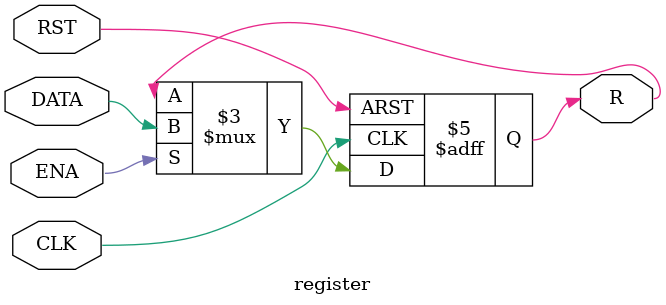
<source format=sv>
/*******************************************************************
*** ECE526L Experiment #10             Joshua Rothe, Spring 2017 ***
*** n-Bit Register with reset                                    ***
********************************************************************
*** Filename: register.sv     Created by Joshua Rothe, 14 Feb 17 ***
*** --- Rev: 0.1 - Initial release (JR) 2/14/17                  ***
*** --- 0.2 - Updated for RISC-V (JR) 5/8/17                     ***
********************************************************************
*** This module models an n-bit register.                        ***
********************************************************************/

`timescale 1 ns / 1 ns // set timescale and precision to 1 ns

module register(CLK, RST, ENA, DATA, R);

// Parameter declaration
    parameter REG_SIZE1 = 1;

// Port declarations
    output reg [REG_SIZE1-1:0] R;
    input [REG_SIZE1-1:0] DATA;
    input CLK, ENA, RST;

// Code
always @(posedge CLK or negedge RST)
    if (!RST) R <= 0;
    else if (ENA) R <= DATA;

endmodule

</source>
